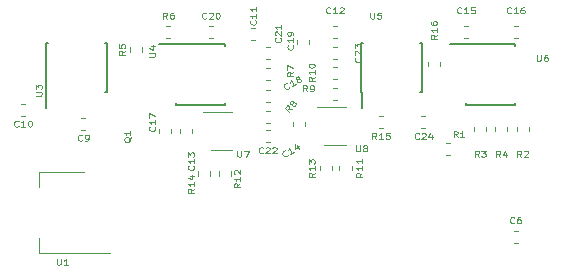
<source format=gbr>
G04 #@! TF.GenerationSoftware,KiCad,Pcbnew,(5.0.0-rc2-178-g3c7b91b96)*
G04 #@! TF.CreationDate,2018-06-28T12:03:05+02:00*
G04 #@! TF.ProjectId,pcb2,706362322E6B696361645F7063620000,1*
G04 #@! TF.SameCoordinates,Original*
G04 #@! TF.FileFunction,Legend,Top*
G04 #@! TF.FilePolarity,Positive*
%FSLAX46Y46*%
G04 Gerber Fmt 4.6, Leading zero omitted, Abs format (unit mm)*
G04 Created by KiCad (PCBNEW (5.0.0-rc2-178-g3c7b91b96)) date 06/28/18 12:03:05*
%MOMM*%
%LPD*%
G01*
G04 APERTURE LIST*
%ADD10C,0.120000*%
%ADD11C,0.150000*%
%ADD12C,0.125000*%
G04 APERTURE END LIST*
D10*
G04 #@! TO.C,C12*
X91201267Y-82470000D02*
X90858733Y-82470000D01*
X91201267Y-83490000D02*
X90858733Y-83490000D01*
G04 #@! TO.C,C24*
X98701267Y-91140000D02*
X98358733Y-91140000D01*
X98701267Y-90120000D02*
X98358733Y-90120000D01*
G04 #@! TO.C,C23*
X91201267Y-84270000D02*
X90858733Y-84270000D01*
X91201267Y-85290000D02*
X90858733Y-85290000D01*
G04 #@! TO.C,C22*
X85501267Y-92340000D02*
X85158733Y-92340000D01*
X85501267Y-91320000D02*
X85158733Y-91320000D01*
G04 #@! TO.C,C21*
X85158733Y-85290000D02*
X85501267Y-85290000D01*
X85158733Y-84270000D02*
X85501267Y-84270000D01*
G04 #@! TO.C,C20*
X80701267Y-83490000D02*
X80358733Y-83490000D01*
X80701267Y-82470000D02*
X80358733Y-82470000D01*
G04 #@! TO.C,C19*
X88840000Y-84051267D02*
X88840000Y-83708733D01*
X87820000Y-84051267D02*
X87820000Y-83708733D01*
G04 #@! TO.C,C18*
X85501267Y-88890000D02*
X85158733Y-88890000D01*
X85501267Y-87870000D02*
X85158733Y-87870000D01*
G04 #@! TO.C,C17*
X76120000Y-91208733D02*
X76120000Y-91551267D01*
X77140000Y-91208733D02*
X77140000Y-91551267D01*
G04 #@! TO.C,C16*
X106158733Y-82470000D02*
X106501267Y-82470000D01*
X106158733Y-83490000D02*
X106501267Y-83490000D01*
G04 #@! TO.C,C13*
X77920000Y-91208733D02*
X77920000Y-91551267D01*
X78940000Y-91208733D02*
X78940000Y-91551267D01*
G04 #@! TO.C,C11*
X83958733Y-82620000D02*
X84301267Y-82620000D01*
X83958733Y-83640000D02*
X84301267Y-83640000D01*
G04 #@! TO.C,C10*
X64801267Y-89070000D02*
X64458733Y-89070000D01*
X64801267Y-90090000D02*
X64458733Y-90090000D01*
G04 #@! TO.C,C9*
X69901267Y-91290000D02*
X69558733Y-91290000D01*
X69901267Y-90270000D02*
X69558733Y-90270000D01*
G04 #@! TO.C,C6*
X106158733Y-100890000D02*
X106501267Y-100890000D01*
X106158733Y-99870000D02*
X106501267Y-99870000D01*
G04 #@! TO.C,C14*
X87520000Y-90608733D02*
X87520000Y-90951267D01*
X88540000Y-90608733D02*
X88540000Y-90951267D01*
G04 #@! TO.C,C15*
X101958733Y-82470000D02*
X102301267Y-82470000D01*
X101958733Y-83490000D02*
X102301267Y-83490000D01*
D11*
G04 #@! TO.C,U6*
X102155000Y-84055000D02*
X100755000Y-84055000D01*
X102155000Y-89155000D02*
X106305000Y-89155000D01*
X102155000Y-84005000D02*
X106305000Y-84005000D01*
X102155000Y-89155000D02*
X102155000Y-89010000D01*
X106305000Y-89155000D02*
X106305000Y-89010000D01*
X106305000Y-84005000D02*
X106305000Y-84150000D01*
X102155000Y-84005000D02*
X102155000Y-84055000D01*
G04 #@! TO.C,U5*
X93255000Y-88055000D02*
X93305000Y-88055000D01*
X93255000Y-83905000D02*
X93400000Y-83905000D01*
X98405000Y-83905000D02*
X98260000Y-83905000D01*
X98405000Y-88055000D02*
X98260000Y-88055000D01*
X93255000Y-88055000D02*
X93255000Y-83905000D01*
X98405000Y-88055000D02*
X98405000Y-83905000D01*
X93305000Y-88055000D02*
X93305000Y-89455000D01*
G04 #@! TO.C,U4*
X77555000Y-84055000D02*
X76155000Y-84055000D01*
X77555000Y-89155000D02*
X81705000Y-89155000D01*
X77555000Y-84005000D02*
X81705000Y-84005000D01*
X77555000Y-89155000D02*
X77555000Y-89010000D01*
X81705000Y-89155000D02*
X81705000Y-89010000D01*
X81705000Y-84005000D02*
X81705000Y-84150000D01*
X77555000Y-84005000D02*
X77555000Y-84055000D01*
G04 #@! TO.C,U3*
X66555000Y-88055000D02*
X66605000Y-88055000D01*
X66555000Y-83905000D02*
X66700000Y-83905000D01*
X71705000Y-83905000D02*
X71560000Y-83905000D01*
X71705000Y-88055000D02*
X71560000Y-88055000D01*
X66555000Y-88055000D02*
X66555000Y-83905000D01*
X71705000Y-88055000D02*
X71705000Y-83905000D01*
X66605000Y-88055000D02*
X66605000Y-89455000D01*
D10*
G04 #@! TO.C,U1*
X66020000Y-94870000D02*
X66020000Y-96130000D01*
X66020000Y-101690000D02*
X66020000Y-100430000D01*
X69780000Y-94870000D02*
X66020000Y-94870000D01*
X72030000Y-101690000D02*
X66020000Y-101690000D01*
G04 #@! TO.C,U8*
X91930000Y-89320000D02*
X89480000Y-89320000D01*
X90130000Y-92540000D02*
X91930000Y-92540000D01*
G04 #@! TO.C,U7*
X80530000Y-92990000D02*
X82330000Y-92990000D01*
X82330000Y-89770000D02*
X79880000Y-89770000D01*
G04 #@! TO.C,R7*
X85158733Y-87090000D02*
X85501267Y-87090000D01*
X85158733Y-86070000D02*
X85501267Y-86070000D01*
G04 #@! TO.C,R10*
X91201267Y-86940000D02*
X90858733Y-86940000D01*
X91201267Y-85920000D02*
X90858733Y-85920000D01*
G04 #@! TO.C,R11*
X92440000Y-94701267D02*
X92440000Y-94358733D01*
X91420000Y-94701267D02*
X91420000Y-94358733D01*
G04 #@! TO.C,R12*
X81220000Y-95151267D02*
X81220000Y-94808733D01*
X82240000Y-95151267D02*
X82240000Y-94808733D01*
G04 #@! TO.C,R14*
X80440000Y-95151267D02*
X80440000Y-94808733D01*
X79420000Y-95151267D02*
X79420000Y-94808733D01*
G04 #@! TO.C,R16*
X98920000Y-85851267D02*
X98920000Y-85508733D01*
X99940000Y-85851267D02*
X99940000Y-85508733D01*
G04 #@! TO.C,R13*
X90790000Y-94701267D02*
X90790000Y-94358733D01*
X89770000Y-94701267D02*
X89770000Y-94358733D01*
G04 #@! TO.C,R9*
X91201267Y-88740000D02*
X90858733Y-88740000D01*
X91201267Y-87720000D02*
X90858733Y-87720000D01*
G04 #@! TO.C,R1*
X100458733Y-93390000D02*
X100801267Y-93390000D01*
X100458733Y-92370000D02*
X100801267Y-92370000D01*
G04 #@! TO.C,R2*
X107440000Y-91058733D02*
X107440000Y-91401267D01*
X106420000Y-91058733D02*
X106420000Y-91401267D01*
G04 #@! TO.C,R3*
X102820000Y-91058733D02*
X102820000Y-91401267D01*
X103840000Y-91058733D02*
X103840000Y-91401267D01*
G04 #@! TO.C,R4*
X105640000Y-91058733D02*
X105640000Y-91401267D01*
X104620000Y-91058733D02*
X104620000Y-91401267D01*
G04 #@! TO.C,R5*
X74740000Y-84651267D02*
X74740000Y-84308733D01*
X73720000Y-84651267D02*
X73720000Y-84308733D01*
G04 #@! TO.C,R8*
X85501267Y-89670000D02*
X85158733Y-89670000D01*
X85501267Y-90690000D02*
X85158733Y-90690000D01*
G04 #@! TO.C,R15*
X94758733Y-91140000D02*
X95101267Y-91140000D01*
X94758733Y-90120000D02*
X95101267Y-90120000D01*
G04 #@! TO.C,R6*
X77101267Y-83490000D02*
X76758733Y-83490000D01*
X77101267Y-82470000D02*
X76758733Y-82470000D01*
G04 #@! TO.C,C12*
D12*
X90644285Y-81358571D02*
X90615714Y-81382380D01*
X90530000Y-81406190D01*
X90472857Y-81406190D01*
X90387142Y-81382380D01*
X90330000Y-81334761D01*
X90301428Y-81287142D01*
X90272857Y-81191904D01*
X90272857Y-81120476D01*
X90301428Y-81025238D01*
X90330000Y-80977619D01*
X90387142Y-80930000D01*
X90472857Y-80906190D01*
X90530000Y-80906190D01*
X90615714Y-80930000D01*
X90644285Y-80953809D01*
X91215714Y-81406190D02*
X90872857Y-81406190D01*
X91044285Y-81406190D02*
X91044285Y-80906190D01*
X90987142Y-80977619D01*
X90930000Y-81025238D01*
X90872857Y-81049047D01*
X91444285Y-80953809D02*
X91472857Y-80930000D01*
X91530000Y-80906190D01*
X91672857Y-80906190D01*
X91730000Y-80930000D01*
X91758571Y-80953809D01*
X91787142Y-81001428D01*
X91787142Y-81049047D01*
X91758571Y-81120476D01*
X91415714Y-81406190D01*
X91787142Y-81406190D01*
G04 #@! TO.C,C24*
X98144285Y-92008571D02*
X98115714Y-92032380D01*
X98030000Y-92056190D01*
X97972857Y-92056190D01*
X97887142Y-92032380D01*
X97830000Y-91984761D01*
X97801428Y-91937142D01*
X97772857Y-91841904D01*
X97772857Y-91770476D01*
X97801428Y-91675238D01*
X97830000Y-91627619D01*
X97887142Y-91580000D01*
X97972857Y-91556190D01*
X98030000Y-91556190D01*
X98115714Y-91580000D01*
X98144285Y-91603809D01*
X98372857Y-91603809D02*
X98401428Y-91580000D01*
X98458571Y-91556190D01*
X98601428Y-91556190D01*
X98658571Y-91580000D01*
X98687142Y-91603809D01*
X98715714Y-91651428D01*
X98715714Y-91699047D01*
X98687142Y-91770476D01*
X98344285Y-92056190D01*
X98715714Y-92056190D01*
X99230000Y-91722857D02*
X99230000Y-92056190D01*
X99087142Y-91532380D02*
X98944285Y-91889523D01*
X99315714Y-91889523D01*
G04 #@! TO.C,C23*
X93158571Y-85165714D02*
X93182380Y-85194285D01*
X93206190Y-85280000D01*
X93206190Y-85337142D01*
X93182380Y-85422857D01*
X93134761Y-85480000D01*
X93087142Y-85508571D01*
X92991904Y-85537142D01*
X92920476Y-85537142D01*
X92825238Y-85508571D01*
X92777619Y-85480000D01*
X92730000Y-85422857D01*
X92706190Y-85337142D01*
X92706190Y-85280000D01*
X92730000Y-85194285D01*
X92753809Y-85165714D01*
X92753809Y-84937142D02*
X92730000Y-84908571D01*
X92706190Y-84851428D01*
X92706190Y-84708571D01*
X92730000Y-84651428D01*
X92753809Y-84622857D01*
X92801428Y-84594285D01*
X92849047Y-84594285D01*
X92920476Y-84622857D01*
X93206190Y-84965714D01*
X93206190Y-84594285D01*
X92706190Y-84394285D02*
X92706190Y-84022857D01*
X92896666Y-84222857D01*
X92896666Y-84137142D01*
X92920476Y-84080000D01*
X92944285Y-84051428D01*
X92991904Y-84022857D01*
X93110952Y-84022857D01*
X93158571Y-84051428D01*
X93182380Y-84080000D01*
X93206190Y-84137142D01*
X93206190Y-84308571D01*
X93182380Y-84365714D01*
X93158571Y-84394285D01*
G04 #@! TO.C,C22*
X84944285Y-93208571D02*
X84915714Y-93232380D01*
X84830000Y-93256190D01*
X84772857Y-93256190D01*
X84687142Y-93232380D01*
X84630000Y-93184761D01*
X84601428Y-93137142D01*
X84572857Y-93041904D01*
X84572857Y-92970476D01*
X84601428Y-92875238D01*
X84630000Y-92827619D01*
X84687142Y-92780000D01*
X84772857Y-92756190D01*
X84830000Y-92756190D01*
X84915714Y-92780000D01*
X84944285Y-92803809D01*
X85172857Y-92803809D02*
X85201428Y-92780000D01*
X85258571Y-92756190D01*
X85401428Y-92756190D01*
X85458571Y-92780000D01*
X85487142Y-92803809D01*
X85515714Y-92851428D01*
X85515714Y-92899047D01*
X85487142Y-92970476D01*
X85144285Y-93256190D01*
X85515714Y-93256190D01*
X85744285Y-92803809D02*
X85772857Y-92780000D01*
X85830000Y-92756190D01*
X85972857Y-92756190D01*
X86030000Y-92780000D01*
X86058571Y-92803809D01*
X86087142Y-92851428D01*
X86087142Y-92899047D01*
X86058571Y-92970476D01*
X85715714Y-93256190D01*
X86087142Y-93256190D01*
G04 #@! TO.C,C21*
X86408571Y-83515714D02*
X86432380Y-83544285D01*
X86456190Y-83630000D01*
X86456190Y-83687142D01*
X86432380Y-83772857D01*
X86384761Y-83830000D01*
X86337142Y-83858571D01*
X86241904Y-83887142D01*
X86170476Y-83887142D01*
X86075238Y-83858571D01*
X86027619Y-83830000D01*
X85980000Y-83772857D01*
X85956190Y-83687142D01*
X85956190Y-83630000D01*
X85980000Y-83544285D01*
X86003809Y-83515714D01*
X86003809Y-83287142D02*
X85980000Y-83258571D01*
X85956190Y-83201428D01*
X85956190Y-83058571D01*
X85980000Y-83001428D01*
X86003809Y-82972857D01*
X86051428Y-82944285D01*
X86099047Y-82944285D01*
X86170476Y-82972857D01*
X86456190Y-83315714D01*
X86456190Y-82944285D01*
X86456190Y-82372857D02*
X86456190Y-82715714D01*
X86456190Y-82544285D02*
X85956190Y-82544285D01*
X86027619Y-82601428D01*
X86075238Y-82658571D01*
X86099047Y-82715714D01*
G04 #@! TO.C,C20*
X80144285Y-81808571D02*
X80115714Y-81832380D01*
X80030000Y-81856190D01*
X79972857Y-81856190D01*
X79887142Y-81832380D01*
X79830000Y-81784761D01*
X79801428Y-81737142D01*
X79772857Y-81641904D01*
X79772857Y-81570476D01*
X79801428Y-81475238D01*
X79830000Y-81427619D01*
X79887142Y-81380000D01*
X79972857Y-81356190D01*
X80030000Y-81356190D01*
X80115714Y-81380000D01*
X80144285Y-81403809D01*
X80372857Y-81403809D02*
X80401428Y-81380000D01*
X80458571Y-81356190D01*
X80601428Y-81356190D01*
X80658571Y-81380000D01*
X80687142Y-81403809D01*
X80715714Y-81451428D01*
X80715714Y-81499047D01*
X80687142Y-81570476D01*
X80344285Y-81856190D01*
X80715714Y-81856190D01*
X81087142Y-81356190D02*
X81144285Y-81356190D01*
X81201428Y-81380000D01*
X81230000Y-81403809D01*
X81258571Y-81451428D01*
X81287142Y-81546666D01*
X81287142Y-81665714D01*
X81258571Y-81760952D01*
X81230000Y-81808571D01*
X81201428Y-81832380D01*
X81144285Y-81856190D01*
X81087142Y-81856190D01*
X81030000Y-81832380D01*
X81001428Y-81808571D01*
X80972857Y-81760952D01*
X80944285Y-81665714D01*
X80944285Y-81546666D01*
X80972857Y-81451428D01*
X81001428Y-81403809D01*
X81030000Y-81380000D01*
X81087142Y-81356190D01*
G04 #@! TO.C,C19*
X87458571Y-84115714D02*
X87482380Y-84144285D01*
X87506190Y-84230000D01*
X87506190Y-84287142D01*
X87482380Y-84372857D01*
X87434761Y-84430000D01*
X87387142Y-84458571D01*
X87291904Y-84487142D01*
X87220476Y-84487142D01*
X87125238Y-84458571D01*
X87077619Y-84430000D01*
X87030000Y-84372857D01*
X87006190Y-84287142D01*
X87006190Y-84230000D01*
X87030000Y-84144285D01*
X87053809Y-84115714D01*
X87506190Y-83544285D02*
X87506190Y-83887142D01*
X87506190Y-83715714D02*
X87006190Y-83715714D01*
X87077619Y-83772857D01*
X87125238Y-83830000D01*
X87149047Y-83887142D01*
X87506190Y-83258571D02*
X87506190Y-83144285D01*
X87482380Y-83087142D01*
X87458571Y-83058571D01*
X87387142Y-83001428D01*
X87291904Y-82972857D01*
X87101428Y-82972857D01*
X87053809Y-83001428D01*
X87030000Y-83030000D01*
X87006190Y-83087142D01*
X87006190Y-83201428D01*
X87030000Y-83258571D01*
X87053809Y-83287142D01*
X87101428Y-83315714D01*
X87220476Y-83315714D01*
X87268095Y-83287142D01*
X87291904Y-83258571D01*
X87315714Y-83201428D01*
X87315714Y-83087142D01*
X87291904Y-83030000D01*
X87268095Y-83001428D01*
X87220476Y-82972857D01*
G04 #@! TO.C,C18*
X87185247Y-87677504D02*
X87172408Y-87712409D01*
X87110082Y-87775886D01*
X87060595Y-87804458D01*
X86974459Y-87826695D01*
X86901163Y-87814027D01*
X86852610Y-87787074D01*
X86780247Y-87718881D01*
X86744533Y-87657022D01*
X86721657Y-87560257D01*
X86722591Y-87504732D01*
X86748269Y-87434922D01*
X86810595Y-87371445D01*
X86860082Y-87342873D01*
X86946218Y-87320636D01*
X86982866Y-87326970D01*
X87703928Y-87433029D02*
X87407005Y-87604458D01*
X87555467Y-87518743D02*
X87305467Y-87085731D01*
X87291694Y-87176161D01*
X87266016Y-87245972D01*
X87228434Y-87295163D01*
X87857994Y-87014165D02*
X87796602Y-87022116D01*
X87759954Y-87015782D01*
X87711401Y-86988829D01*
X87699496Y-86968209D01*
X87700430Y-86912684D01*
X87713269Y-86877779D01*
X87750851Y-86828588D01*
X87849825Y-86771445D01*
X87911217Y-86763493D01*
X87947866Y-86769827D01*
X87996419Y-86796781D01*
X88008323Y-86817400D01*
X88007389Y-86872925D01*
X87994551Y-86907831D01*
X87956968Y-86957022D01*
X87857994Y-87014165D01*
X87820411Y-87063356D01*
X87807573Y-87098261D01*
X87806639Y-87153786D01*
X87854258Y-87236265D01*
X87902811Y-87263218D01*
X87939459Y-87269552D01*
X88000851Y-87261600D01*
X88099825Y-87204458D01*
X88137408Y-87155267D01*
X88150247Y-87120361D01*
X88151181Y-87064836D01*
X88103562Y-86982358D01*
X88055008Y-86955404D01*
X88018360Y-86949070D01*
X87956968Y-86957022D01*
G04 #@! TO.C,C17*
X75758571Y-91015714D02*
X75782380Y-91044285D01*
X75806190Y-91130000D01*
X75806190Y-91187142D01*
X75782380Y-91272857D01*
X75734761Y-91330000D01*
X75687142Y-91358571D01*
X75591904Y-91387142D01*
X75520476Y-91387142D01*
X75425238Y-91358571D01*
X75377619Y-91330000D01*
X75330000Y-91272857D01*
X75306190Y-91187142D01*
X75306190Y-91130000D01*
X75330000Y-91044285D01*
X75353809Y-91015714D01*
X75806190Y-90444285D02*
X75806190Y-90787142D01*
X75806190Y-90615714D02*
X75306190Y-90615714D01*
X75377619Y-90672857D01*
X75425238Y-90730000D01*
X75449047Y-90787142D01*
X75306190Y-90244285D02*
X75306190Y-89844285D01*
X75806190Y-90101428D01*
G04 #@! TO.C,C16*
X105944285Y-81358571D02*
X105915714Y-81382380D01*
X105830000Y-81406190D01*
X105772857Y-81406190D01*
X105687142Y-81382380D01*
X105630000Y-81334761D01*
X105601428Y-81287142D01*
X105572857Y-81191904D01*
X105572857Y-81120476D01*
X105601428Y-81025238D01*
X105630000Y-80977619D01*
X105687142Y-80930000D01*
X105772857Y-80906190D01*
X105830000Y-80906190D01*
X105915714Y-80930000D01*
X105944285Y-80953809D01*
X106515714Y-81406190D02*
X106172857Y-81406190D01*
X106344285Y-81406190D02*
X106344285Y-80906190D01*
X106287142Y-80977619D01*
X106230000Y-81025238D01*
X106172857Y-81049047D01*
X107030000Y-80906190D02*
X106915714Y-80906190D01*
X106858571Y-80930000D01*
X106830000Y-80953809D01*
X106772857Y-81025238D01*
X106744285Y-81120476D01*
X106744285Y-81310952D01*
X106772857Y-81358571D01*
X106801428Y-81382380D01*
X106858571Y-81406190D01*
X106972857Y-81406190D01*
X107030000Y-81382380D01*
X107058571Y-81358571D01*
X107087142Y-81310952D01*
X107087142Y-81191904D01*
X107058571Y-81144285D01*
X107030000Y-81120476D01*
X106972857Y-81096666D01*
X106858571Y-81096666D01*
X106801428Y-81120476D01*
X106772857Y-81144285D01*
X106744285Y-81191904D01*
G04 #@! TO.C,C13*
X79058571Y-94315714D02*
X79082380Y-94344285D01*
X79106190Y-94430000D01*
X79106190Y-94487142D01*
X79082380Y-94572857D01*
X79034761Y-94630000D01*
X78987142Y-94658571D01*
X78891904Y-94687142D01*
X78820476Y-94687142D01*
X78725238Y-94658571D01*
X78677619Y-94630000D01*
X78630000Y-94572857D01*
X78606190Y-94487142D01*
X78606190Y-94430000D01*
X78630000Y-94344285D01*
X78653809Y-94315714D01*
X79106190Y-93744285D02*
X79106190Y-94087142D01*
X79106190Y-93915714D02*
X78606190Y-93915714D01*
X78677619Y-93972857D01*
X78725238Y-94030000D01*
X78749047Y-94087142D01*
X78606190Y-93544285D02*
X78606190Y-93172857D01*
X78796666Y-93372857D01*
X78796666Y-93287142D01*
X78820476Y-93230000D01*
X78844285Y-93201428D01*
X78891904Y-93172857D01*
X79010952Y-93172857D01*
X79058571Y-93201428D01*
X79082380Y-93230000D01*
X79106190Y-93287142D01*
X79106190Y-93458571D01*
X79082380Y-93515714D01*
X79058571Y-93544285D01*
G04 #@! TO.C,C11*
X84308571Y-82015714D02*
X84332380Y-82044285D01*
X84356190Y-82130000D01*
X84356190Y-82187142D01*
X84332380Y-82272857D01*
X84284761Y-82330000D01*
X84237142Y-82358571D01*
X84141904Y-82387142D01*
X84070476Y-82387142D01*
X83975238Y-82358571D01*
X83927619Y-82330000D01*
X83880000Y-82272857D01*
X83856190Y-82187142D01*
X83856190Y-82130000D01*
X83880000Y-82044285D01*
X83903809Y-82015714D01*
X84356190Y-81444285D02*
X84356190Y-81787142D01*
X84356190Y-81615714D02*
X83856190Y-81615714D01*
X83927619Y-81672857D01*
X83975238Y-81730000D01*
X83999047Y-81787142D01*
X84356190Y-80872857D02*
X84356190Y-81215714D01*
X84356190Y-81044285D02*
X83856190Y-81044285D01*
X83927619Y-81101428D01*
X83975238Y-81158571D01*
X83999047Y-81215714D01*
G04 #@! TO.C,C10*
X64244285Y-90958571D02*
X64215714Y-90982380D01*
X64130000Y-91006190D01*
X64072857Y-91006190D01*
X63987142Y-90982380D01*
X63930000Y-90934761D01*
X63901428Y-90887142D01*
X63872857Y-90791904D01*
X63872857Y-90720476D01*
X63901428Y-90625238D01*
X63930000Y-90577619D01*
X63987142Y-90530000D01*
X64072857Y-90506190D01*
X64130000Y-90506190D01*
X64215714Y-90530000D01*
X64244285Y-90553809D01*
X64815714Y-91006190D02*
X64472857Y-91006190D01*
X64644285Y-91006190D02*
X64644285Y-90506190D01*
X64587142Y-90577619D01*
X64530000Y-90625238D01*
X64472857Y-90649047D01*
X65187142Y-90506190D02*
X65244285Y-90506190D01*
X65301428Y-90530000D01*
X65330000Y-90553809D01*
X65358571Y-90601428D01*
X65387142Y-90696666D01*
X65387142Y-90815714D01*
X65358571Y-90910952D01*
X65330000Y-90958571D01*
X65301428Y-90982380D01*
X65244285Y-91006190D01*
X65187142Y-91006190D01*
X65130000Y-90982380D01*
X65101428Y-90958571D01*
X65072857Y-90910952D01*
X65044285Y-90815714D01*
X65044285Y-90696666D01*
X65072857Y-90601428D01*
X65101428Y-90553809D01*
X65130000Y-90530000D01*
X65187142Y-90506190D01*
G04 #@! TO.C,C9*
X69630000Y-92158571D02*
X69601428Y-92182380D01*
X69515714Y-92206190D01*
X69458571Y-92206190D01*
X69372857Y-92182380D01*
X69315714Y-92134761D01*
X69287142Y-92087142D01*
X69258571Y-91991904D01*
X69258571Y-91920476D01*
X69287142Y-91825238D01*
X69315714Y-91777619D01*
X69372857Y-91730000D01*
X69458571Y-91706190D01*
X69515714Y-91706190D01*
X69601428Y-91730000D01*
X69630000Y-91753809D01*
X69915714Y-92206190D02*
X70030000Y-92206190D01*
X70087142Y-92182380D01*
X70115714Y-92158571D01*
X70172857Y-92087142D01*
X70201428Y-91991904D01*
X70201428Y-91801428D01*
X70172857Y-91753809D01*
X70144285Y-91730000D01*
X70087142Y-91706190D01*
X69972857Y-91706190D01*
X69915714Y-91730000D01*
X69887142Y-91753809D01*
X69858571Y-91801428D01*
X69858571Y-91920476D01*
X69887142Y-91968095D01*
X69915714Y-91991904D01*
X69972857Y-92015714D01*
X70087142Y-92015714D01*
X70144285Y-91991904D01*
X70172857Y-91968095D01*
X70201428Y-91920476D01*
G04 #@! TO.C,C6*
X106230000Y-99128571D02*
X106201428Y-99152380D01*
X106115714Y-99176190D01*
X106058571Y-99176190D01*
X105972857Y-99152380D01*
X105915714Y-99104761D01*
X105887142Y-99057142D01*
X105858571Y-98961904D01*
X105858571Y-98890476D01*
X105887142Y-98795238D01*
X105915714Y-98747619D01*
X105972857Y-98700000D01*
X106058571Y-98676190D01*
X106115714Y-98676190D01*
X106201428Y-98700000D01*
X106230000Y-98723809D01*
X106744285Y-98676190D02*
X106630000Y-98676190D01*
X106572857Y-98700000D01*
X106544285Y-98723809D01*
X106487142Y-98795238D01*
X106458571Y-98890476D01*
X106458571Y-99080952D01*
X106487142Y-99128571D01*
X106515714Y-99152380D01*
X106572857Y-99176190D01*
X106687142Y-99176190D01*
X106744285Y-99152380D01*
X106772857Y-99128571D01*
X106801428Y-99080952D01*
X106801428Y-98961904D01*
X106772857Y-98914285D01*
X106744285Y-98890476D01*
X106687142Y-98866666D01*
X106572857Y-98866666D01*
X106515714Y-98890476D01*
X106487142Y-98914285D01*
X106458571Y-98961904D01*
G04 #@! TO.C,C14*
X87035247Y-93377504D02*
X87022408Y-93412409D01*
X86960082Y-93475886D01*
X86910595Y-93504458D01*
X86824459Y-93526695D01*
X86751163Y-93514027D01*
X86702610Y-93487074D01*
X86630247Y-93418881D01*
X86594533Y-93357022D01*
X86571657Y-93260257D01*
X86572591Y-93204732D01*
X86598269Y-93134922D01*
X86660595Y-93071445D01*
X86710082Y-93042873D01*
X86796218Y-93020636D01*
X86832866Y-93026970D01*
X87553928Y-93133029D02*
X87257005Y-93304458D01*
X87405467Y-93218743D02*
X87155467Y-92785731D01*
X87141694Y-92876161D01*
X87116016Y-92945972D01*
X87078434Y-92995163D01*
X87832646Y-92587211D02*
X87999313Y-92875886D01*
X87613690Y-92493682D02*
X87668543Y-92874406D01*
X87990210Y-92688691D01*
G04 #@! TO.C,C15*
X101744285Y-81358571D02*
X101715714Y-81382380D01*
X101630000Y-81406190D01*
X101572857Y-81406190D01*
X101487142Y-81382380D01*
X101430000Y-81334761D01*
X101401428Y-81287142D01*
X101372857Y-81191904D01*
X101372857Y-81120476D01*
X101401428Y-81025238D01*
X101430000Y-80977619D01*
X101487142Y-80930000D01*
X101572857Y-80906190D01*
X101630000Y-80906190D01*
X101715714Y-80930000D01*
X101744285Y-80953809D01*
X102315714Y-81406190D02*
X101972857Y-81406190D01*
X102144285Y-81406190D02*
X102144285Y-80906190D01*
X102087142Y-80977619D01*
X102030000Y-81025238D01*
X101972857Y-81049047D01*
X102858571Y-80906190D02*
X102572857Y-80906190D01*
X102544285Y-81144285D01*
X102572857Y-81120476D01*
X102630000Y-81096666D01*
X102772857Y-81096666D01*
X102830000Y-81120476D01*
X102858571Y-81144285D01*
X102887142Y-81191904D01*
X102887142Y-81310952D01*
X102858571Y-81358571D01*
X102830000Y-81382380D01*
X102772857Y-81406190D01*
X102630000Y-81406190D01*
X102572857Y-81382380D01*
X102544285Y-81358571D01*
G04 #@! TO.C,Q1*
X73753809Y-91887142D02*
X73730000Y-91944285D01*
X73682380Y-92001428D01*
X73610952Y-92087142D01*
X73587142Y-92144285D01*
X73587142Y-92201428D01*
X73706190Y-92172857D02*
X73682380Y-92230000D01*
X73634761Y-92287142D01*
X73539523Y-92315714D01*
X73372857Y-92315714D01*
X73277619Y-92287142D01*
X73230000Y-92230000D01*
X73206190Y-92172857D01*
X73206190Y-92058571D01*
X73230000Y-92001428D01*
X73277619Y-91944285D01*
X73372857Y-91915714D01*
X73539523Y-91915714D01*
X73634761Y-91944285D01*
X73682380Y-92001428D01*
X73706190Y-92058571D01*
X73706190Y-92172857D01*
X73706190Y-91344285D02*
X73706190Y-91687142D01*
X73706190Y-91515714D02*
X73206190Y-91515714D01*
X73277619Y-91572857D01*
X73325238Y-91630000D01*
X73349047Y-91687142D01*
G04 #@! TO.C,U6*
X108122857Y-84956190D02*
X108122857Y-85360952D01*
X108151428Y-85408571D01*
X108180000Y-85432380D01*
X108237142Y-85456190D01*
X108351428Y-85456190D01*
X108408571Y-85432380D01*
X108437142Y-85408571D01*
X108465714Y-85360952D01*
X108465714Y-84956190D01*
X109008571Y-84956190D02*
X108894285Y-84956190D01*
X108837142Y-84980000D01*
X108808571Y-85003809D01*
X108751428Y-85075238D01*
X108722857Y-85170476D01*
X108722857Y-85360952D01*
X108751428Y-85408571D01*
X108780000Y-85432380D01*
X108837142Y-85456190D01*
X108951428Y-85456190D01*
X109008571Y-85432380D01*
X109037142Y-85408571D01*
X109065714Y-85360952D01*
X109065714Y-85241904D01*
X109037142Y-85194285D01*
X109008571Y-85170476D01*
X108951428Y-85146666D01*
X108837142Y-85146666D01*
X108780000Y-85170476D01*
X108751428Y-85194285D01*
X108722857Y-85241904D01*
G04 #@! TO.C,U5*
X94022857Y-81356190D02*
X94022857Y-81760952D01*
X94051428Y-81808571D01*
X94080000Y-81832380D01*
X94137142Y-81856190D01*
X94251428Y-81856190D01*
X94308571Y-81832380D01*
X94337142Y-81808571D01*
X94365714Y-81760952D01*
X94365714Y-81356190D01*
X94937142Y-81356190D02*
X94651428Y-81356190D01*
X94622857Y-81594285D01*
X94651428Y-81570476D01*
X94708571Y-81546666D01*
X94851428Y-81546666D01*
X94908571Y-81570476D01*
X94937142Y-81594285D01*
X94965714Y-81641904D01*
X94965714Y-81760952D01*
X94937142Y-81808571D01*
X94908571Y-81832380D01*
X94851428Y-81856190D01*
X94708571Y-81856190D01*
X94651428Y-81832380D01*
X94622857Y-81808571D01*
G04 #@! TO.C,U4*
X75306190Y-85087142D02*
X75710952Y-85087142D01*
X75758571Y-85058571D01*
X75782380Y-85030000D01*
X75806190Y-84972857D01*
X75806190Y-84858571D01*
X75782380Y-84801428D01*
X75758571Y-84772857D01*
X75710952Y-84744285D01*
X75306190Y-84744285D01*
X75472857Y-84201428D02*
X75806190Y-84201428D01*
X75282380Y-84344285D02*
X75639523Y-84487142D01*
X75639523Y-84115714D01*
G04 #@! TO.C,U3*
X65706190Y-88387142D02*
X66110952Y-88387142D01*
X66158571Y-88358571D01*
X66182380Y-88330000D01*
X66206190Y-88272857D01*
X66206190Y-88158571D01*
X66182380Y-88101428D01*
X66158571Y-88072857D01*
X66110952Y-88044285D01*
X65706190Y-88044285D01*
X65706190Y-87815714D02*
X65706190Y-87444285D01*
X65896666Y-87644285D01*
X65896666Y-87558571D01*
X65920476Y-87501428D01*
X65944285Y-87472857D01*
X65991904Y-87444285D01*
X66110952Y-87444285D01*
X66158571Y-87472857D01*
X66182380Y-87501428D01*
X66206190Y-87558571D01*
X66206190Y-87730000D01*
X66182380Y-87787142D01*
X66158571Y-87815714D01*
G04 #@! TO.C,U1*
X67472857Y-102206190D02*
X67472857Y-102610952D01*
X67501428Y-102658571D01*
X67530000Y-102682380D01*
X67587142Y-102706190D01*
X67701428Y-102706190D01*
X67758571Y-102682380D01*
X67787142Y-102658571D01*
X67815714Y-102610952D01*
X67815714Y-102206190D01*
X68415714Y-102706190D02*
X68072857Y-102706190D01*
X68244285Y-102706190D02*
X68244285Y-102206190D01*
X68187142Y-102277619D01*
X68130000Y-102325238D01*
X68072857Y-102349047D01*
G04 #@! TO.C,U8*
X92822857Y-92606190D02*
X92822857Y-93010952D01*
X92851428Y-93058571D01*
X92880000Y-93082380D01*
X92937142Y-93106190D01*
X93051428Y-93106190D01*
X93108571Y-93082380D01*
X93137142Y-93058571D01*
X93165714Y-93010952D01*
X93165714Y-92606190D01*
X93537142Y-92820476D02*
X93480000Y-92796666D01*
X93451428Y-92772857D01*
X93422857Y-92725238D01*
X93422857Y-92701428D01*
X93451428Y-92653809D01*
X93480000Y-92630000D01*
X93537142Y-92606190D01*
X93651428Y-92606190D01*
X93708571Y-92630000D01*
X93737142Y-92653809D01*
X93765714Y-92701428D01*
X93765714Y-92725238D01*
X93737142Y-92772857D01*
X93708571Y-92796666D01*
X93651428Y-92820476D01*
X93537142Y-92820476D01*
X93480000Y-92844285D01*
X93451428Y-92868095D01*
X93422857Y-92915714D01*
X93422857Y-93010952D01*
X93451428Y-93058571D01*
X93480000Y-93082380D01*
X93537142Y-93106190D01*
X93651428Y-93106190D01*
X93708571Y-93082380D01*
X93737142Y-93058571D01*
X93765714Y-93010952D01*
X93765714Y-92915714D01*
X93737142Y-92868095D01*
X93708571Y-92844285D01*
X93651428Y-92820476D01*
G04 #@! TO.C,U7*
X82772857Y-93056190D02*
X82772857Y-93460952D01*
X82801428Y-93508571D01*
X82830000Y-93532380D01*
X82887142Y-93556190D01*
X83001428Y-93556190D01*
X83058571Y-93532380D01*
X83087142Y-93508571D01*
X83115714Y-93460952D01*
X83115714Y-93056190D01*
X83344285Y-93056190D02*
X83744285Y-93056190D01*
X83487142Y-93556190D01*
G04 #@! TO.C,R7*
X87506190Y-86380000D02*
X87268095Y-86580000D01*
X87506190Y-86722857D02*
X87006190Y-86722857D01*
X87006190Y-86494285D01*
X87030000Y-86437142D01*
X87053809Y-86408571D01*
X87101428Y-86380000D01*
X87172857Y-86380000D01*
X87220476Y-86408571D01*
X87244285Y-86437142D01*
X87268095Y-86494285D01*
X87268095Y-86722857D01*
X87006190Y-86180000D02*
X87006190Y-85780000D01*
X87506190Y-86037142D01*
G04 #@! TO.C,R10*
X89306190Y-86815714D02*
X89068095Y-87015714D01*
X89306190Y-87158571D02*
X88806190Y-87158571D01*
X88806190Y-86930000D01*
X88830000Y-86872857D01*
X88853809Y-86844285D01*
X88901428Y-86815714D01*
X88972857Y-86815714D01*
X89020476Y-86844285D01*
X89044285Y-86872857D01*
X89068095Y-86930000D01*
X89068095Y-87158571D01*
X89306190Y-86244285D02*
X89306190Y-86587142D01*
X89306190Y-86415714D02*
X88806190Y-86415714D01*
X88877619Y-86472857D01*
X88925238Y-86530000D01*
X88949047Y-86587142D01*
X88806190Y-85872857D02*
X88806190Y-85815714D01*
X88830000Y-85758571D01*
X88853809Y-85730000D01*
X88901428Y-85701428D01*
X88996666Y-85672857D01*
X89115714Y-85672857D01*
X89210952Y-85701428D01*
X89258571Y-85730000D01*
X89282380Y-85758571D01*
X89306190Y-85815714D01*
X89306190Y-85872857D01*
X89282380Y-85930000D01*
X89258571Y-85958571D01*
X89210952Y-85987142D01*
X89115714Y-86015714D01*
X88996666Y-86015714D01*
X88901428Y-85987142D01*
X88853809Y-85958571D01*
X88830000Y-85930000D01*
X88806190Y-85872857D01*
G04 #@! TO.C,R11*
X93356190Y-94915714D02*
X93118095Y-95115714D01*
X93356190Y-95258571D02*
X92856190Y-95258571D01*
X92856190Y-95030000D01*
X92880000Y-94972857D01*
X92903809Y-94944285D01*
X92951428Y-94915714D01*
X93022857Y-94915714D01*
X93070476Y-94944285D01*
X93094285Y-94972857D01*
X93118095Y-95030000D01*
X93118095Y-95258571D01*
X93356190Y-94344285D02*
X93356190Y-94687142D01*
X93356190Y-94515714D02*
X92856190Y-94515714D01*
X92927619Y-94572857D01*
X92975238Y-94630000D01*
X92999047Y-94687142D01*
X93356190Y-93772857D02*
X93356190Y-94115714D01*
X93356190Y-93944285D02*
X92856190Y-93944285D01*
X92927619Y-94001428D01*
X92975238Y-94058571D01*
X92999047Y-94115714D01*
G04 #@! TO.C,R12*
X83006190Y-95815714D02*
X82768095Y-96015714D01*
X83006190Y-96158571D02*
X82506190Y-96158571D01*
X82506190Y-95930000D01*
X82530000Y-95872857D01*
X82553809Y-95844285D01*
X82601428Y-95815714D01*
X82672857Y-95815714D01*
X82720476Y-95844285D01*
X82744285Y-95872857D01*
X82768095Y-95930000D01*
X82768095Y-96158571D01*
X83006190Y-95244285D02*
X83006190Y-95587142D01*
X83006190Y-95415714D02*
X82506190Y-95415714D01*
X82577619Y-95472857D01*
X82625238Y-95530000D01*
X82649047Y-95587142D01*
X82553809Y-95015714D02*
X82530000Y-94987142D01*
X82506190Y-94930000D01*
X82506190Y-94787142D01*
X82530000Y-94730000D01*
X82553809Y-94701428D01*
X82601428Y-94672857D01*
X82649047Y-94672857D01*
X82720476Y-94701428D01*
X83006190Y-95044285D01*
X83006190Y-94672857D01*
G04 #@! TO.C,R14*
X79106190Y-96265714D02*
X78868095Y-96465714D01*
X79106190Y-96608571D02*
X78606190Y-96608571D01*
X78606190Y-96380000D01*
X78630000Y-96322857D01*
X78653809Y-96294285D01*
X78701428Y-96265714D01*
X78772857Y-96265714D01*
X78820476Y-96294285D01*
X78844285Y-96322857D01*
X78868095Y-96380000D01*
X78868095Y-96608571D01*
X79106190Y-95694285D02*
X79106190Y-96037142D01*
X79106190Y-95865714D02*
X78606190Y-95865714D01*
X78677619Y-95922857D01*
X78725238Y-95980000D01*
X78749047Y-96037142D01*
X78772857Y-95180000D02*
X79106190Y-95180000D01*
X78582380Y-95322857D02*
X78939523Y-95465714D01*
X78939523Y-95094285D01*
G04 #@! TO.C,R16*
X99656190Y-83215714D02*
X99418095Y-83415714D01*
X99656190Y-83558571D02*
X99156190Y-83558571D01*
X99156190Y-83330000D01*
X99180000Y-83272857D01*
X99203809Y-83244285D01*
X99251428Y-83215714D01*
X99322857Y-83215714D01*
X99370476Y-83244285D01*
X99394285Y-83272857D01*
X99418095Y-83330000D01*
X99418095Y-83558571D01*
X99656190Y-82644285D02*
X99656190Y-82987142D01*
X99656190Y-82815714D02*
X99156190Y-82815714D01*
X99227619Y-82872857D01*
X99275238Y-82930000D01*
X99299047Y-82987142D01*
X99156190Y-82130000D02*
X99156190Y-82244285D01*
X99180000Y-82301428D01*
X99203809Y-82330000D01*
X99275238Y-82387142D01*
X99370476Y-82415714D01*
X99560952Y-82415714D01*
X99608571Y-82387142D01*
X99632380Y-82358571D01*
X99656190Y-82301428D01*
X99656190Y-82187142D01*
X99632380Y-82130000D01*
X99608571Y-82101428D01*
X99560952Y-82072857D01*
X99441904Y-82072857D01*
X99394285Y-82101428D01*
X99370476Y-82130000D01*
X99346666Y-82187142D01*
X99346666Y-82301428D01*
X99370476Y-82358571D01*
X99394285Y-82387142D01*
X99441904Y-82415714D01*
G04 #@! TO.C,R13*
X89306190Y-94915714D02*
X89068095Y-95115714D01*
X89306190Y-95258571D02*
X88806190Y-95258571D01*
X88806190Y-95030000D01*
X88830000Y-94972857D01*
X88853809Y-94944285D01*
X88901428Y-94915714D01*
X88972857Y-94915714D01*
X89020476Y-94944285D01*
X89044285Y-94972857D01*
X89068095Y-95030000D01*
X89068095Y-95258571D01*
X89306190Y-94344285D02*
X89306190Y-94687142D01*
X89306190Y-94515714D02*
X88806190Y-94515714D01*
X88877619Y-94572857D01*
X88925238Y-94630000D01*
X88949047Y-94687142D01*
X88806190Y-94144285D02*
X88806190Y-93772857D01*
X88996666Y-93972857D01*
X88996666Y-93887142D01*
X89020476Y-93830000D01*
X89044285Y-93801428D01*
X89091904Y-93772857D01*
X89210952Y-93772857D01*
X89258571Y-93801428D01*
X89282380Y-93830000D01*
X89306190Y-93887142D01*
X89306190Y-94058571D01*
X89282380Y-94115714D01*
X89258571Y-94144285D01*
G04 #@! TO.C,R9*
X88680000Y-88006190D02*
X88480000Y-87768095D01*
X88337142Y-88006190D02*
X88337142Y-87506190D01*
X88565714Y-87506190D01*
X88622857Y-87530000D01*
X88651428Y-87553809D01*
X88680000Y-87601428D01*
X88680000Y-87672857D01*
X88651428Y-87720476D01*
X88622857Y-87744285D01*
X88565714Y-87768095D01*
X88337142Y-87768095D01*
X88965714Y-88006190D02*
X89080000Y-88006190D01*
X89137142Y-87982380D01*
X89165714Y-87958571D01*
X89222857Y-87887142D01*
X89251428Y-87791904D01*
X89251428Y-87601428D01*
X89222857Y-87553809D01*
X89194285Y-87530000D01*
X89137142Y-87506190D01*
X89022857Y-87506190D01*
X88965714Y-87530000D01*
X88937142Y-87553809D01*
X88908571Y-87601428D01*
X88908571Y-87720476D01*
X88937142Y-87768095D01*
X88965714Y-87791904D01*
X89022857Y-87815714D01*
X89137142Y-87815714D01*
X89194285Y-87791904D01*
X89222857Y-87768095D01*
X89251428Y-87720476D01*
G04 #@! TO.C,R1*
X101430000Y-91906190D02*
X101230000Y-91668095D01*
X101087142Y-91906190D02*
X101087142Y-91406190D01*
X101315714Y-91406190D01*
X101372857Y-91430000D01*
X101401428Y-91453809D01*
X101430000Y-91501428D01*
X101430000Y-91572857D01*
X101401428Y-91620476D01*
X101372857Y-91644285D01*
X101315714Y-91668095D01*
X101087142Y-91668095D01*
X102001428Y-91906190D02*
X101658571Y-91906190D01*
X101830000Y-91906190D02*
X101830000Y-91406190D01*
X101772857Y-91477619D01*
X101715714Y-91525238D01*
X101658571Y-91549047D01*
G04 #@! TO.C,R2*
X106830000Y-93556190D02*
X106630000Y-93318095D01*
X106487142Y-93556190D02*
X106487142Y-93056190D01*
X106715714Y-93056190D01*
X106772857Y-93080000D01*
X106801428Y-93103809D01*
X106830000Y-93151428D01*
X106830000Y-93222857D01*
X106801428Y-93270476D01*
X106772857Y-93294285D01*
X106715714Y-93318095D01*
X106487142Y-93318095D01*
X107058571Y-93103809D02*
X107087142Y-93080000D01*
X107144285Y-93056190D01*
X107287142Y-93056190D01*
X107344285Y-93080000D01*
X107372857Y-93103809D01*
X107401428Y-93151428D01*
X107401428Y-93199047D01*
X107372857Y-93270476D01*
X107030000Y-93556190D01*
X107401428Y-93556190D01*
G04 #@! TO.C,R3*
X103230000Y-93556190D02*
X103030000Y-93318095D01*
X102887142Y-93556190D02*
X102887142Y-93056190D01*
X103115714Y-93056190D01*
X103172857Y-93080000D01*
X103201428Y-93103809D01*
X103230000Y-93151428D01*
X103230000Y-93222857D01*
X103201428Y-93270476D01*
X103172857Y-93294285D01*
X103115714Y-93318095D01*
X102887142Y-93318095D01*
X103430000Y-93056190D02*
X103801428Y-93056190D01*
X103601428Y-93246666D01*
X103687142Y-93246666D01*
X103744285Y-93270476D01*
X103772857Y-93294285D01*
X103801428Y-93341904D01*
X103801428Y-93460952D01*
X103772857Y-93508571D01*
X103744285Y-93532380D01*
X103687142Y-93556190D01*
X103515714Y-93556190D01*
X103458571Y-93532380D01*
X103430000Y-93508571D01*
G04 #@! TO.C,R4*
X105030000Y-93556190D02*
X104830000Y-93318095D01*
X104687142Y-93556190D02*
X104687142Y-93056190D01*
X104915714Y-93056190D01*
X104972857Y-93080000D01*
X105001428Y-93103809D01*
X105030000Y-93151428D01*
X105030000Y-93222857D01*
X105001428Y-93270476D01*
X104972857Y-93294285D01*
X104915714Y-93318095D01*
X104687142Y-93318095D01*
X105544285Y-93222857D02*
X105544285Y-93556190D01*
X105401428Y-93032380D02*
X105258571Y-93389523D01*
X105630000Y-93389523D01*
G04 #@! TO.C,R5*
X73256190Y-84580000D02*
X73018095Y-84780000D01*
X73256190Y-84922857D02*
X72756190Y-84922857D01*
X72756190Y-84694285D01*
X72780000Y-84637142D01*
X72803809Y-84608571D01*
X72851428Y-84580000D01*
X72922857Y-84580000D01*
X72970476Y-84608571D01*
X72994285Y-84637142D01*
X73018095Y-84694285D01*
X73018095Y-84922857D01*
X72756190Y-84037142D02*
X72756190Y-84322857D01*
X72994285Y-84351428D01*
X72970476Y-84322857D01*
X72946666Y-84265714D01*
X72946666Y-84122857D01*
X72970476Y-84065714D01*
X72994285Y-84037142D01*
X73041904Y-84008571D01*
X73160952Y-84008571D01*
X73208571Y-84037142D01*
X73232380Y-84065714D01*
X73256190Y-84122857D01*
X73256190Y-84265714D01*
X73232380Y-84322857D01*
X73208571Y-84351428D01*
G04 #@! TO.C,R8*
X87369230Y-89510651D02*
X87059450Y-89483714D01*
X87126793Y-89753088D02*
X86773240Y-89399534D01*
X86934864Y-89237910D01*
X86992106Y-89214340D01*
X87029145Y-89210972D01*
X87083020Y-89224441D01*
X87133527Y-89274949D01*
X87146996Y-89328824D01*
X87143629Y-89365862D01*
X87120059Y-89423104D01*
X86958434Y-89584729D01*
X87409636Y-89066184D02*
X87352394Y-89089754D01*
X87315355Y-89093121D01*
X87261480Y-89079653D01*
X87244644Y-89062817D01*
X87231175Y-89008942D01*
X87234543Y-88971903D01*
X87258113Y-88914661D01*
X87338925Y-88833849D01*
X87396167Y-88810279D01*
X87433206Y-88806911D01*
X87487081Y-88820380D01*
X87503917Y-88837216D01*
X87517385Y-88891091D01*
X87514018Y-88928130D01*
X87490448Y-88985372D01*
X87409636Y-89066184D01*
X87386066Y-89123426D01*
X87382698Y-89160465D01*
X87396167Y-89214340D01*
X87463511Y-89281683D01*
X87517385Y-89295152D01*
X87554424Y-89291785D01*
X87611666Y-89268214D01*
X87692478Y-89187402D01*
X87716049Y-89130160D01*
X87719416Y-89093121D01*
X87705947Y-89039246D01*
X87638604Y-88971903D01*
X87584729Y-88958434D01*
X87547690Y-88961801D01*
X87490448Y-88985372D01*
G04 #@! TO.C,R15*
X94544285Y-92056190D02*
X94344285Y-91818095D01*
X94201428Y-92056190D02*
X94201428Y-91556190D01*
X94430000Y-91556190D01*
X94487142Y-91580000D01*
X94515714Y-91603809D01*
X94544285Y-91651428D01*
X94544285Y-91722857D01*
X94515714Y-91770476D01*
X94487142Y-91794285D01*
X94430000Y-91818095D01*
X94201428Y-91818095D01*
X95115714Y-92056190D02*
X94772857Y-92056190D01*
X94944285Y-92056190D02*
X94944285Y-91556190D01*
X94887142Y-91627619D01*
X94830000Y-91675238D01*
X94772857Y-91699047D01*
X95658571Y-91556190D02*
X95372857Y-91556190D01*
X95344285Y-91794285D01*
X95372857Y-91770476D01*
X95430000Y-91746666D01*
X95572857Y-91746666D01*
X95630000Y-91770476D01*
X95658571Y-91794285D01*
X95687142Y-91841904D01*
X95687142Y-91960952D01*
X95658571Y-92008571D01*
X95630000Y-92032380D01*
X95572857Y-92056190D01*
X95430000Y-92056190D01*
X95372857Y-92032380D01*
X95344285Y-92008571D01*
G04 #@! TO.C,R6*
X76830000Y-81856190D02*
X76630000Y-81618095D01*
X76487142Y-81856190D02*
X76487142Y-81356190D01*
X76715714Y-81356190D01*
X76772857Y-81380000D01*
X76801428Y-81403809D01*
X76830000Y-81451428D01*
X76830000Y-81522857D01*
X76801428Y-81570476D01*
X76772857Y-81594285D01*
X76715714Y-81618095D01*
X76487142Y-81618095D01*
X77344285Y-81356190D02*
X77230000Y-81356190D01*
X77172857Y-81380000D01*
X77144285Y-81403809D01*
X77087142Y-81475238D01*
X77058571Y-81570476D01*
X77058571Y-81760952D01*
X77087142Y-81808571D01*
X77115714Y-81832380D01*
X77172857Y-81856190D01*
X77287142Y-81856190D01*
X77344285Y-81832380D01*
X77372857Y-81808571D01*
X77401428Y-81760952D01*
X77401428Y-81641904D01*
X77372857Y-81594285D01*
X77344285Y-81570476D01*
X77287142Y-81546666D01*
X77172857Y-81546666D01*
X77115714Y-81570476D01*
X77087142Y-81594285D01*
X77058571Y-81641904D01*
G04 #@! TD*
M02*

</source>
